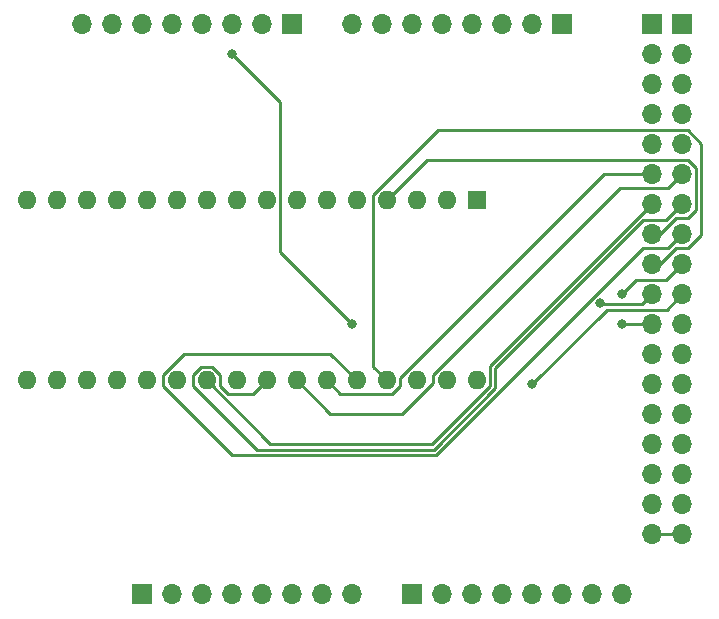
<source format=gtl>
%TF.GenerationSoftware,KiCad,Pcbnew,7.0.10*%
%TF.CreationDate,2024-01-13T22:46:11-05:00*%
%TF.ProjectId,NOR Flasher,4e4f5220-466c-4617-9368-65722e6b6963,rev?*%
%TF.SameCoordinates,Original*%
%TF.FileFunction,Copper,L1,Top*%
%TF.FilePolarity,Positive*%
%FSLAX46Y46*%
G04 Gerber Fmt 4.6, Leading zero omitted, Abs format (unit mm)*
G04 Created by KiCad (PCBNEW 7.0.10) date 2024-01-13 22:46:11*
%MOMM*%
%LPD*%
G01*
G04 APERTURE LIST*
%TA.AperFunction,ComponentPad*%
%ADD10R,1.700000X1.700000*%
%TD*%
%TA.AperFunction,ComponentPad*%
%ADD11O,1.700000X1.700000*%
%TD*%
%TA.AperFunction,ComponentPad*%
%ADD12R,1.600000X1.600000*%
%TD*%
%TA.AperFunction,ComponentPad*%
%ADD13O,1.600000X1.600000*%
%TD*%
%TA.AperFunction,ViaPad*%
%ADD14C,0.800000*%
%TD*%
%TA.AperFunction,Conductor*%
%ADD15C,0.250000*%
%TD*%
G04 APERTURE END LIST*
D10*
%TO.P,JTOP1,1,Pin_1*%
%TO.N,unconnected-(J4-Pin_1-Pad1)*%
X149860000Y-68580000D03*
D11*
%TO.P,JTOP1,2,Pin_2*%
%TO.N,unconnected-(J4-Pin_2-Pad2)*%
X147320000Y-68580000D03*
%TO.P,JTOP1,3,Pin_3*%
%TO.N,/2*%
X144780000Y-68580000D03*
%TO.P,JTOP1,4,Pin_4*%
%TO.N,/3*%
X142240000Y-68580000D03*
%TO.P,JTOP1,5,Pin_5*%
%TO.N,unconnected-(J4-Pin_5-Pad5)*%
X139700000Y-68580000D03*
%TO.P,JTOP1,6,Pin_6*%
%TO.N,unconnected-(J4-Pin_6-Pad6)*%
X137160000Y-68580000D03*
%TO.P,JTOP1,7,Pin_7*%
%TO.N,unconnected-(J4-Pin_7-Pad7)*%
X134620000Y-68580000D03*
%TO.P,JTOP1,8,Pin_8*%
%TO.N,unconnected-(J4-Pin_8-Pad8)*%
X132080000Y-68580000D03*
%TD*%
D10*
%TO.P,JTOP2,1*%
%TO.N,N/C*%
X172720000Y-68580000D03*
D11*
%TO.P,JTOP2,2*%
X170180000Y-68580000D03*
%TO.P,JTOP2,3*%
X167640000Y-68580000D03*
%TO.P,JTOP2,4*%
X165100000Y-68580000D03*
%TO.P,JTOP2,5*%
X162560000Y-68580000D03*
%TO.P,JTOP2,6*%
X160020000Y-68580000D03*
%TO.P,JTOP2,7*%
X157480000Y-68580000D03*
%TO.P,JTOP2,8*%
X154940000Y-68580000D03*
%TD*%
D10*
%TO.P,JBOT1,1*%
%TO.N,N/C*%
X137160000Y-116840000D03*
D11*
%TO.P,JBOT1,2*%
X139700000Y-116840000D03*
%TO.P,JBOT1,3*%
X142240000Y-116840000D03*
%TO.P,JBOT1,4*%
X144780000Y-116840000D03*
%TO.P,JBOT1,5*%
X147320000Y-116840000D03*
%TO.P,JBOT1,6*%
X149860000Y-116840000D03*
%TO.P,JBOT1,7*%
X152400000Y-116840000D03*
%TO.P,JBOT1,8*%
X154940000Y-116840000D03*
%TD*%
D10*
%TO.P,JBOT2,1*%
%TO.N,N/C*%
X160020000Y-116840000D03*
D11*
%TO.P,JBOT2,2*%
X162560000Y-116840000D03*
%TO.P,JBOT2,3*%
X165100000Y-116840000D03*
%TO.P,JBOT2,4*%
X167640000Y-116840000D03*
%TO.P,JBOT2,5*%
X170180000Y-116840000D03*
%TO.P,JBOT2,6*%
X172720000Y-116840000D03*
%TO.P,JBOT2,7*%
X175260000Y-116840000D03*
%TO.P,JBOT2,8*%
X177800000Y-116840000D03*
%TD*%
D10*
%TO.P,J1,1,Pin_1*%
%TO.N,+5V*%
X180340000Y-68580000D03*
D11*
%TO.P,J1,2,Pin_2*%
%TO.N,/22*%
X180340000Y-71120000D03*
%TO.P,J1,3,Pin_3*%
%TO.N,/24*%
X180340000Y-73660000D03*
%TO.P,J1,4,Pin_4*%
%TO.N,/26*%
X180340000Y-76200000D03*
%TO.P,J1,5,Pin_5*%
%TO.N,/28*%
X180340000Y-78740000D03*
%TO.P,J1,6,Pin_6*%
%TO.N,/30*%
X180340000Y-81280000D03*
%TO.P,J1,7,Pin_7*%
%TO.N,/32*%
X180340000Y-83820000D03*
%TO.P,J1,8,Pin_8*%
%TO.N,/34*%
X180340000Y-86360000D03*
%TO.P,J1,9,Pin_9*%
%TO.N,/36*%
X180340000Y-88900000D03*
%TO.P,J1,10,Pin_10*%
%TO.N,/38*%
X180340000Y-91440000D03*
%TO.P,J1,11,Pin_11*%
%TO.N,/40*%
X180340000Y-93980000D03*
%TO.P,J1,12,Pin_12*%
%TO.N,/42*%
X180340000Y-96520000D03*
%TO.P,J1,13,Pin_13*%
%TO.N,/44*%
X180340000Y-99060000D03*
%TO.P,J1,14,Pin_14*%
%TO.N,/46*%
X180340000Y-101600000D03*
%TO.P,J1,15,Pin_15*%
%TO.N,/48*%
X180340000Y-104140000D03*
%TO.P,J1,16,Pin_16*%
%TO.N,/50*%
X180340000Y-106680000D03*
%TO.P,J1,17,Pin_17*%
%TO.N,/52*%
X180340000Y-109220000D03*
%TO.P,J1,18,Pin_18*%
%TO.N,GND*%
X180340000Y-111760000D03*
%TD*%
D10*
%TO.P,J2,1,Pin_1*%
%TO.N,+5V*%
X182880000Y-68580000D03*
D11*
%TO.P,J2,2,Pin_2*%
%TO.N,/23*%
X182880000Y-71120000D03*
%TO.P,J2,3,Pin_3*%
%TO.N,/25*%
X182880000Y-73660000D03*
%TO.P,J2,4,Pin_4*%
%TO.N,/27*%
X182880000Y-76200000D03*
%TO.P,J2,5,Pin_5*%
%TO.N,/29*%
X182880000Y-78740000D03*
%TO.P,J2,6,Pin_6*%
%TO.N,/31*%
X182880000Y-81280000D03*
%TO.P,J2,7,Pin_7*%
%TO.N,/33*%
X182880000Y-83820000D03*
%TO.P,J2,8,Pin_8*%
%TO.N,/35*%
X182880000Y-86360000D03*
%TO.P,J2,9,Pin_9*%
%TO.N,/37*%
X182880000Y-88900000D03*
%TO.P,J2,10,Pin_10*%
%TO.N,/39*%
X182880000Y-91440000D03*
%TO.P,J2,11,Pin_11*%
%TO.N,/41*%
X182880000Y-93980000D03*
%TO.P,J2,12,Pin_12*%
%TO.N,/43*%
X182880000Y-96520000D03*
%TO.P,J2,13,Pin_13*%
%TO.N,/45*%
X182880000Y-99060000D03*
%TO.P,J2,14,Pin_14*%
%TO.N,/47*%
X182880000Y-101600000D03*
%TO.P,J2,15,Pin_15*%
%TO.N,/49*%
X182880000Y-104140000D03*
%TO.P,J2,16,Pin_16*%
%TO.N,/51*%
X182880000Y-106680000D03*
%TO.P,J2,17,Pin_17*%
%TO.N,/53*%
X182880000Y-109220000D03*
%TO.P,J2,18,Pin_18*%
%TO.N,GND*%
X182880000Y-111760000D03*
%TD*%
D12*
%TO.P,U1,1,A18*%
%TO.N,/40*%
X165500000Y-83500000D03*
D13*
%TO.P,U1,2,A16*%
%TO.N,/38*%
X162960000Y-83500000D03*
%TO.P,U1,3,A15*%
%TO.N,/37*%
X160420000Y-83500000D03*
%TO.P,U1,4,A12*%
%TO.N,/34*%
X157880000Y-83500000D03*
%TO.P,U1,5,A7*%
%TO.N,/29*%
X155340000Y-83500000D03*
%TO.P,U1,6,A6*%
%TO.N,/28*%
X152800000Y-83500000D03*
%TO.P,U1,7,A5*%
%TO.N,/27*%
X150260000Y-83500000D03*
%TO.P,U1,8,A4*%
%TO.N,/26*%
X147720000Y-83500000D03*
%TO.P,U1,9,A3*%
%TO.N,/25*%
X145180000Y-83500000D03*
%TO.P,U1,10,A2*%
%TO.N,/24*%
X142640000Y-83500000D03*
%TO.P,U1,11,A1*%
%TO.N,/23*%
X140100000Y-83500000D03*
%TO.P,U1,12,A0*%
%TO.N,/22*%
X137560000Y-83500000D03*
%TO.P,U1,13,D0*%
%TO.N,/44*%
X135020000Y-83500000D03*
%TO.P,U1,14,D1*%
%TO.N,/45*%
X132480000Y-83500000D03*
%TO.P,U1,15,D2*%
%TO.N,/46*%
X129940000Y-83500000D03*
%TO.P,U1,16,GND*%
%TO.N,GND*%
X127400000Y-83500000D03*
%TO.P,U1,17,D3*%
%TO.N,/47*%
X127400000Y-98740000D03*
%TO.P,U1,18,D4*%
%TO.N,/48*%
X129940000Y-98740000D03*
%TO.P,U1,19,D5*%
%TO.N,/49*%
X132480000Y-98740000D03*
%TO.P,U1,20,D6*%
%TO.N,/50*%
X135020000Y-98740000D03*
%TO.P,U1,21,D7*%
%TO.N,/51*%
X137560000Y-98740000D03*
%TO.P,U1,22,CE*%
%TO.N,GND*%
X140100000Y-98740000D03*
%TO.P,U1,23,A10*%
%TO.N,/32*%
X142640000Y-98740000D03*
%TO.P,U1,24,OE*%
%TO.N,/3*%
X145180000Y-98740000D03*
%TO.P,U1,25,A11*%
%TO.N,/33*%
X147720000Y-98740000D03*
%TO.P,U1,26,A9*%
%TO.N,/31*%
X150260000Y-98740000D03*
%TO.P,U1,27,A8*%
%TO.N,/30*%
X152800000Y-98740000D03*
%TO.P,U1,28,A13*%
%TO.N,/35*%
X155340000Y-98740000D03*
%TO.P,U1,29,A14*%
%TO.N,/36*%
X157880000Y-98740000D03*
%TO.P,U1,30,A17*%
%TO.N,/39*%
X160420000Y-98740000D03*
%TO.P,U1,31,PGM*%
%TO.N,/2*%
X162960000Y-98740000D03*
%TO.P,U1,32,VCC*%
%TO.N,+5V*%
X165500000Y-98740000D03*
%TD*%
D14*
%TO.N,/38*%
X175974544Y-92154545D03*
%TO.N,/40*%
X177800000Y-93980000D03*
%TO.N,/37*%
X177800000Y-91440000D03*
%TO.N,/39*%
X170180000Y-99060000D03*
%TO.N,/2*%
X144780000Y-71120000D03*
X154940000Y-93980000D03*
%TD*%
D15*
%TO.N,/30*%
X159005000Y-98564009D02*
X159005000Y-99205991D01*
X153925000Y-99865000D02*
X152800000Y-98740000D01*
X180340000Y-81280000D02*
X176289009Y-81280000D01*
X159005000Y-99205991D02*
X158345991Y-99865000D01*
X158345991Y-99865000D02*
X153925000Y-99865000D01*
X176289009Y-81280000D02*
X159005000Y-98564009D01*
%TO.N,/32*%
X180340000Y-83820000D02*
X166625000Y-97535000D01*
X161690991Y-104140000D02*
X148040000Y-104140000D01*
X148040000Y-104140000D02*
X142640000Y-98740000D01*
X166625000Y-99205991D02*
X161690991Y-104140000D01*
X166625000Y-97535000D02*
X166625000Y-99205991D01*
%TO.N,/34*%
X183366701Y-84995000D02*
X184055000Y-84306701D01*
X161275000Y-80105000D02*
X157880000Y-83500000D01*
X182393299Y-84995000D02*
X183366701Y-84995000D01*
X181028299Y-86360000D02*
X182393299Y-84995000D01*
X184055000Y-80793299D02*
X183366701Y-80105000D01*
X183366701Y-80105000D02*
X161275000Y-80105000D01*
X180340000Y-86360000D02*
X181028299Y-86360000D01*
X184055000Y-84306701D02*
X184055000Y-80793299D01*
%TO.N,/36*%
X156755000Y-83034009D02*
X156755000Y-97615000D01*
X156755000Y-97615000D02*
X157880000Y-98740000D01*
X183366701Y-87535000D02*
X184505000Y-86396701D01*
X182393299Y-87535000D02*
X183366701Y-87535000D01*
X162224009Y-77565000D02*
X156755000Y-83034009D01*
X184505000Y-78703299D02*
X183366701Y-77565000D01*
X183366701Y-77565000D02*
X162224009Y-77565000D01*
X181028299Y-88900000D02*
X182393299Y-87535000D01*
X180340000Y-88900000D02*
X181028299Y-88900000D01*
X184505000Y-86396701D02*
X184505000Y-78703299D01*
%TO.N,/38*%
X176109999Y-92290000D02*
X175974544Y-92154545D01*
X179490000Y-92290000D02*
X176109999Y-92290000D01*
X180340000Y-91440000D02*
X179490000Y-92290000D01*
%TO.N,/40*%
X180340000Y-93980000D02*
X177800000Y-93980000D01*
%TO.N,GND*%
X180340000Y-111760000D02*
X182880000Y-111760000D01*
%TO.N,/31*%
X181705000Y-82455000D02*
X177654009Y-82455000D01*
X153120000Y-101600000D02*
X150260000Y-98740000D01*
X161835000Y-98274009D02*
X161835000Y-98915991D01*
X159150991Y-101600000D02*
X153120000Y-101600000D01*
X182880000Y-81280000D02*
X181705000Y-82455000D01*
X161835000Y-98915991D02*
X159150991Y-101600000D01*
X177654009Y-82455000D02*
X161835000Y-98274009D01*
%TO.N,/33*%
X143765000Y-98274009D02*
X143765000Y-99205991D01*
X143105991Y-97615000D02*
X143765000Y-98274009D01*
X141515000Y-99205991D02*
X141515000Y-98274009D01*
X161877387Y-104590000D02*
X146899009Y-104590000D01*
X144424009Y-99865000D02*
X146595000Y-99865000D01*
X142174009Y-97615000D02*
X143105991Y-97615000D01*
X167075000Y-99392387D02*
X161877387Y-104590000D01*
X181515000Y-85185000D02*
X179611396Y-85185000D01*
X146899009Y-104590000D02*
X141515000Y-99205991D01*
X141515000Y-98274009D02*
X142174009Y-97615000D01*
X167075000Y-97721396D02*
X167075000Y-99392387D01*
X179611396Y-85185000D02*
X167075000Y-97721396D01*
X146595000Y-99865000D02*
X147720000Y-98740000D01*
X182880000Y-83820000D02*
X181515000Y-85185000D01*
X143765000Y-99205991D02*
X144424009Y-99865000D01*
%TO.N,/35*%
X138975000Y-98274009D02*
X140729009Y-96520000D01*
X182880000Y-86360000D02*
X181705000Y-87535000D01*
X140729009Y-96520000D02*
X153120000Y-96520000D01*
X138975000Y-99205991D02*
X138975000Y-98274009D01*
X153120000Y-96520000D02*
X155340000Y-98740000D01*
X144809009Y-105040000D02*
X138975000Y-99205991D01*
X162063783Y-105040000D02*
X144809009Y-105040000D01*
X179568783Y-87535000D02*
X162063783Y-105040000D01*
X181705000Y-87535000D02*
X179568783Y-87535000D01*
%TO.N,/37*%
X182880000Y-88900000D02*
X181515000Y-90265000D01*
X181515000Y-90265000D02*
X178975000Y-90265000D01*
X178975000Y-90265000D02*
X177800000Y-91440000D01*
%TO.N,/39*%
X182880000Y-91440000D02*
X181580000Y-92740000D01*
X176500000Y-92740000D02*
X170180000Y-99060000D01*
X181580000Y-92740000D02*
X176500000Y-92740000D01*
%TO.N,/2*%
X148845000Y-75185000D02*
X148845000Y-87885000D01*
X144780000Y-71120000D02*
X148845000Y-75185000D01*
X148845000Y-87885000D02*
X154940000Y-93980000D01*
%TD*%
M02*

</source>
